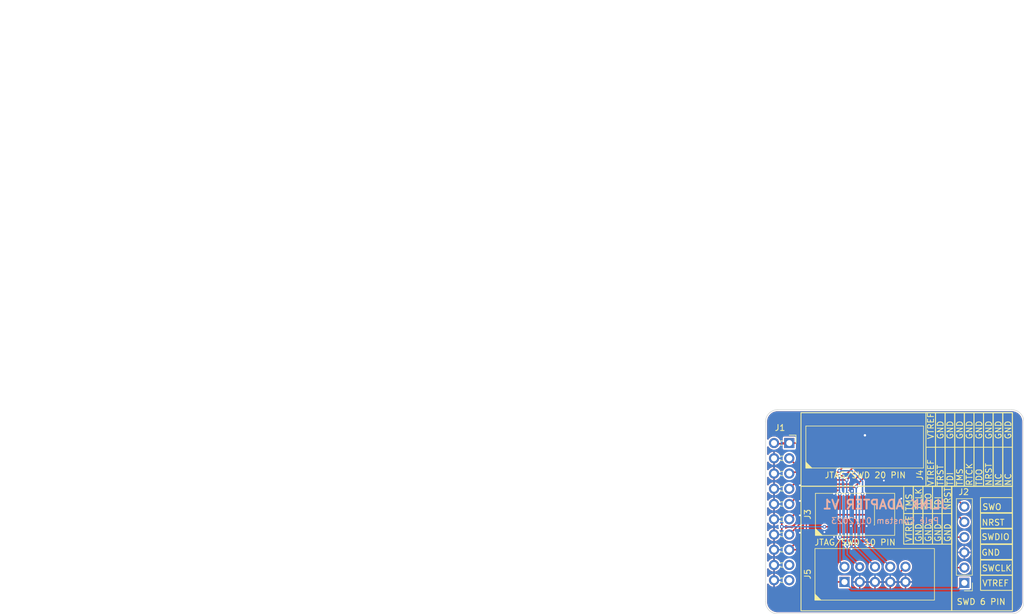
<source format=kicad_pcb>
(kicad_pcb (version 20211014) (generator pcbnew)
  (layers (0 "F.Cu" signal) (31 "B.Cu" signal) (34 "B.Paste" user) (35 "F.Paste" user) (36 "B.SilkS" user "B.Silkscreen") (37 "F.SilkS" user "F.Silkscreen") (38 "B.Mask" user) (39 "F.Mask" user) (44 "Edge.Cuts" user))
  (net 0 "")
  (net 1 "VTREF")
  (net 2 "TRST")
  (net 3 "GND")
  (net 4 "TDI")
  (net 5 "TMS{slash}SWDIO")
  (net 6 "TCLK{slash}SWCLK")
  (net 7 "RTCK")
  (net 8 "TDO{slash}SWO")
  (net 9 "NRST")
  (footprint "Connector_PinHeader_1.27mm:PinHeader_2x05_P1.27mm_Vertical_SMD" (layer "F.Cu") (at 142.4 85.4325 90)
    (fp_text reference "J3" (at 0 -7.9 90) (layer "F.SilkS"))
    (fp_text value "JTAG/SWD 10 pin 1.27mm")
    (fp_line (start 3.5 -6.6) (end -3.5 -6.6) (layer "F.SilkS") (width 0.12))
    (fp_line (start 1.765 -3.235) (end 1.765 -3.17) (layer "F.SilkS") (width 0.12))
    (fp_line (start -2.4 -6.6) (end -3.5 -5.5) (layer "F.SilkS") (width 0.12))
    (fp_line (start -3.5 -5.5) (end -2.4 -6.6) (layer "F.SilkS") (width 0.12))
    (fp_line (start -3.5 -6.6) (end -3.5 6.6) (layer "F.SilkS") (width 0.12))
    (fp_line (start -3.5 6.6) (end 3.5 6.6) (layer "F.SilkS") (width 0.12))
    (fp_line (start -1.765 3.235) (end 1.765 3.235) (layer "F.SilkS") (width 0.12))
    (fp_line (start -1.765 3.17) (end -1.765 3.235) (layer "F.SilkS") (width 0.12))
    (fp_line (start 3.5 -6.6) (end 3.5 6.6) (layer "F.SilkS") (width 0.12))
    (fp_line (start 1.765 3.17) (end 1.765 3.235) (layer "F.SilkS") (width 0.12))
    (fp_poly (pts (xy -3.5 -5.5) (xy -3.5 -6.6) (xy -2.4 -6.6)) (layer "F.SilkS") (width 0.12) (fill solid))
    (pad "1" smd rect (at -1.95 -2.54 90) (size 2.4 0.74) (layers "F.Cu" "F.Paste" "F.Mask") (net 1 "VTREF"))
    (pad "2" smd rect (at 1.95 -2.54 90) (size 2.4 0.74) (layers "F.Cu" "F.Paste" "F.Mask") (net 5 "TMS{slash}SWDIO"))
    (pad "3" smd rect (at -1.95 -1.27 90) (size 2.4 0.74) (layers "F.Cu" "F.Paste" "F.Mask") (net 3 "GND"))
    (pad "4" smd rect (at 1.95 -1.27 90) (size 2.4 0.74) (layers "F.Cu" "F.Paste" "F.Mask") (net 6 "TCLK{slash}SWCLK"))
    (pad "5" smd rect (at -1.95 0 90) (size 2.4 0.74) (layers "F.Cu" "F.Paste" "F.Mask") (net 3 "GND"))
    (pad "6" smd rect (at 1.95 0 90) (size 2.4 0.74) (layers "F.Cu" "F.Paste" "F.Mask") (net 8 "TDO{slash}SWO"))
    (pad "7" smd rect (at -1.95 1.27 90) (size 2.4 0.74) (layers "F.Cu" "F.Paste" "F.Mask") (net 3 "GND"))
    (pad "8" smd rect (at 1.95 1.27 90) (size 2.4 0.74) (layers "F.Cu" "F.Paste" "F.Mask") (net 4 "TDI"))
    (pad "9" smd rect (at -1.95 2.54 90) (size 2.4 0.74) (layers "F.Cu" "F.Paste" "F.Mask") (net 3 "GND"))
    (pad "10" smd rect (at 1.95 2.54 90) (size 2.4 0.74) (layers "F.Cu" "F.Paste" "F.Mask") (net 9 "NRST"))
  )
  (footprint "Connector_PinHeader_2.54mm:PinHeader_2x05_P2.54mm_Vertical" (layer "F.Cu") (at 145.72 95.43 90)
    (fp_text reference "J5" (at 0.03 -11.22 90) (layer "F.SilkS"))
    (fp_text value "JTAG/SWD 10 pin 2.54mm")
    (fp_rect (start -4.3 -10) (end 4.3 9.9) (layer "F.SilkS") (width 0.12) (fill none))
    (fp_poly (pts (xy -4.3 -9) (xy -4.3 -10) (xy -3.3 -10)) (layer "F.SilkS") (width 0.12) (fill solid))
    (pad "1" thru_hole rect (at -1.27 -5.08 90) (size 1.7 1.7) (drill 1) (layers *.Cu *.Mask) (net 1 "VTREF"))
    (pad "2" thru_hole oval (at 1.27 -5.08 90) (size 1.7 1.7) (drill 1) (layers *.Cu *.Mask) (net 5 "TMS{slash}SWDIO"))
    (pad "3" thru_hole oval (at -1.27 -2.54 90) (size 1.7 1.7) (drill 1) (layers *.Cu *.Mask) (net 3 "GND"))
    (pad "4" thru_hole circle (at 1.27 -2.54 90) (size 1.524 1.524) (drill 0.762) (layers *.Cu *.Mask) (net 6 "TCLK{slash}SWCLK"))
    (pad "5" thru_hole oval (at -1.27 0 90) (size 1.7 1.7) (drill 1) (layers *.Cu *.Mask) (net 3 "GND"))
    (pad "6" thru_hole oval (at 1.27 0 90) (size 1.7 1.7) (drill 1) (layers *.Cu *.Mask) (net 8 "TDO{slash}SWO"))
    (pad "7" thru_hole oval (at -1.27 2.54 90) (size 1.7 1.7) (drill 1) (layers *.Cu *.Mask) (net 3 "GND"))
    (pad "8" thru_hole oval (at 1.27 2.54 90) (size 1.7 1.7) (drill 1) (layers *.Cu *.Mask) (net 4 "TDI"))
    (pad "9" thru_hole oval (at -1.27 5.08 90) (size 1.7 1.7) (drill 1) (layers *.Cu *.Mask) (net 3 "GND"))
    (pad "10" thru_hole oval (at 1.27 5.08 90) (size 1.7 1.7) (drill 1) (layers *.Cu *.Mask) (net 9 "NRST"))
  )
  (footprint "Connector_PinHeader_2.54mm:PinHeader_1x06_P2.54mm_Vertical" (layer "F.Cu") (at 160.6 96.85 180)
    (fp_text reference "J2" (at 0.1 15.15) (layer "F.SilkS"))
    (fp_text value "SWD 6 PIN 2.54mm")
    (fp_line (start -1.33 1.27) (end -1.33 14.03) (layer "F.SilkS") (width 0.12))
    (fp_line (start -1.33 -1.33) (end 0 -1.33) (layer "F.SilkS") (width 0.12))
    (fp_line (start -1.33 0) (end -1.33 -1.33) (layer "F.SilkS") (width 0.12))
    (fp_line (start -1.33 14.03) (end 1.33 14.03) (layer "F.SilkS") (width 0.12))
    (fp_line (start 1.33 1.27) (end 1.33 14.03) (layer "F.SilkS") (width 0.12))
    (fp_line (start -1.33 1.27) (end 1.33 1.27) (layer "F.SilkS") (width 0.12))
    (pad "1" thru_hole rect (at 0 0 180) (size 1.7 1.7) (drill 1) (layers *.Cu *.Mask) (net 1 "VTREF"))
    (pad "2" thru_hole oval (at 0 2.54 180) (size 1.7 1.7) (drill 1) (layers *.Cu *.Mask) (net 6 "TCLK{slash}SWCLK"))
    (pad "3" thru_hole oval (at 0 5.08 180) (size 1.7 1.7) (drill 1) (layers *.Cu *.Mask) (net 3 "GND"))
    (pad "4" thru_hole oval (at 0 7.62 180) (size 1.7 1.7) (drill 1) (layers *.Cu *.Mask) (net 5 "TMS{slash}SWDIO"))
    (pad "5" thru_hole oval (at 0 10.16 180) (size 1.7 1.7) (drill 1) (layers *.Cu *.Mask) (net 9 "NRST"))
    (pad "6" thru_hole oval (at 0 12.7 180) (size 1.7 1.7) (drill 1) (layers *.Cu *.Mask) (net 8 "TDO{slash}SWO"))
  )
  (footprint "Connector_PinHeader_1.27mm:PinHeader_2x10_P1.27mm_Vertical_SMD" (layer "F.Cu") (at 144 74.206 90)
    (fp_text reference "J4" (at -4.694 9.2 90) (layer "F.SilkS"))
    (fp_text value "JTAG/SWD 20 PIN 1.27mm")
    (fp_line (start -3.5 9.8) (end 3.5 9.8) (layer "F.SilkS") (width 0.12))
    (fp_line (start 3.5 9.8) (end 3.5 -9.8) (layer "F.SilkS") (width 0.12))
    (fp_line (start -3.5 -9.8) (end 3.5 -9.8) (layer "F.SilkS") (width 0.12))
    (fp_line (start -3.5 -9.8) (end -3.5 9.8) (layer "F.SilkS") (width 0.12))
    (fp_poly (pts (xy -3.5 -8.8) (xy -3.5 -9.8) (xy -2.5 -9.8)) (layer "F.SilkS") (width 0.12) (fill solid))
    (pad "1" smd rect (at -1.95 -5.715 90) (size 2.4 0.74) (layers "F.Cu" "F.Paste" "F.Mask") (net 1 "VTREF"))
    (pad "2" smd rect (at 1.95 -5.715 90) (size 2.4 0.74) (layers "F.Cu" "F.Paste" "F.Mask") (net 1 "VTREF"))
    (pad "3" smd rect (at -1.95 -4.445 90) (size 2.4 0.74) (layers "F.Cu" "F.Paste" "F.Mask") (net 2 "TRST"))
    (pad "4" smd rect (at 1.95 -4.445 90) (size 2.4 0.74) (layers "F.Cu" "F.Paste" "F.Mask") (net 3 "GND"))
    (pad "5" smd rect (at -1.95 -3.175 90) (size 2.4 0.74) (layers "F.Cu" "F.Paste" "F.Mask") (net 4 "TDI"))
    (pad "6" smd rect (at 1.95 -3.175 90) (size 2.4 0.74) (layers "F.Cu" "F.Paste" "F.Mask") (net 3 "GND"))
    (pad "7" smd rect (at -1.95 -1.905 90) (size 2.4 0.74) (layers "F.Cu" "F.Paste" "F.Mask") (net 5 "TMS{slash}SWDIO"))
    (pad "8" smd rect (at 1.95 -1.905 90) (size 2.4 0.74) (layers "F.Cu" "F.Paste" "F.Mask") (net 3 "GND"))
    (pad "9" smd rect (at -1.95 -0.635 90) (size 2.4 0.74) (layers "F.Cu" "F.Paste" "F.Mask") (net 6 "TCLK{slash}SWCLK"))
    (pad "10" smd rect (at 1.95 -0.635 90) (size 2.4 0.74) (layers "F.Cu" "F.Paste" "F.Mask") (net 3 "GND"))
    (pad "11" smd rect (at -1.95 0.635 90) (size 2.4 0.74) (layers "F.Cu" "F.Paste" "F.Mask") (net 7 "RTCK"))
    (pad "12" smd rect (at 1.95 0.635 90) (size 2.4 0.74) (layers "F.Cu" "F.Paste" "F.Mask") (net 3 "GND"))
    (pad "13" smd rect (at -1.95 1.905 90) (size 2.4 0.74) (layers "F.Cu" "F.Paste" "F.Mask") (net 8 "TDO{slash}SWO"))
    (pad "14" smd rect (at 1.95 1.905 90) (size 2.4 0.74) (layers "F.Cu" "F.Paste" "F.Mask") (net 3 "GND"))
    (pad "15" smd rect (at -1.95 3.175 90) (size 2.4 0.74) (layers "F.Cu" "F.Paste" "F.Mask") (net 9 "NRST"))
    (pad "16" smd rect (at 1.95 3.175 90) (size 2.4 0.74) (layers "F.Cu" "F.Paste" "F.Mask") (net 3 "GND"))
    (pad "17" smd rect (at -1.95 4.445 90) (size 2.4 0.74) (layers "F.Cu" "F.Paste" "F.Mask"))
    (pad "18" smd rect (at 1.95 4.445 90) (size 2.4 0.74) (layers "F.Cu" "F.Paste" "F.Mask") (net 3 "GND"))
    (pad "19" smd rect (at -1.95 5.715 90) (size 2.4 0.74) (layers "F.Cu" "F.Paste" "F.Mask"))
    (pad "20" smd rect (at 1.95 5.715 90) (size 2.4 0.74) (layers "F.Cu" "F.Paste" "F.Mask") (net 3 "GND"))
  )
  (footprint "Connector_PinSocket_2.54mm:PinSocket_2x10_P2.54mm_Horizontal" (layer "F.Cu") (at 131.445 73.55)
    (fp_text reference "J1" (at -1.545 -2.55) (layer "F.SilkS"))
    (fp_text value "JLINK CONN")
    (fp_line (start -1.49 13.06) (end -1.05 13.06) (layer "F.SilkS") (width 0.12))
    (fp_line (start -1.49 15.6) (end -1.05 15.6) (layer "F.SilkS") (width 0.12))
    (fp_line (start -1.49 2.9) (end -1.05 2.9) (layer "F.SilkS") (width 0.12))
    (fp_line (start 0 -1.33) (end 1.11 -1.33) (layer "F.SilkS") (width 0.12))
    (fp_line (start -1.49 2.18) (end -1.05 2.18) (layer "F.SilkS") (width 0.12))
    (fp_line (start -1.49 14.88) (end -1.05 14.88) (layer "F.SilkS") (width 0.12))
    (fp_line (start -1.49 18.14) (end -1.05 18.14) (layer "F.SilkS") (width 0.12))
    (fp_line (start -1.49 7.98) (end -1.05 7.98) (layer "F.SilkS") (width 0.12))
    (fp_line (start -1.49 -0.36) (end -1.11 -0.36) (layer "F.SilkS") (width 0.12))
    (fp_line (start -1.49 5.44) (end -1.05 5.44) (layer "F.SilkS") (width 0.12))
    (fp_line (start -1.49 19.96) (end -1.05 19.96) (layer "F.SilkS") (width 0.12))
    (fp_line (start -1.49 0.36) (end -1.11 0.36) (layer "F.SilkS") (width 0.12))
    (fp_line (start 1.11 -1.33) (end 1.11 0) (layer "F.SilkS") (width 0.12))
    (fp_line (start -1.49 10.52) (end -1.05 10.52) (layer "F.SilkS") (width 0.12))
    (fp_line (start -1.49 7.26) (end -1.05 7.26) (layer "F.SilkS") (width 0.12))
    (fp_line (start -1.49 23.22) (end -1.05 23.22) (layer "F.SilkS") (width 0.12))
    (fp_line (start -1.49 4.72) (end -1.05 4.72) (layer "F.SilkS") (width 0.12))
    (fp_line (start -1.49 22.5) (end -1.05 22.5) (layer "F.SilkS") (width 0.12))
    (fp_line (start -1.49 17.42) (end -1.05 17.42) (layer "F.SilkS") (width 0.12))
    (fp_line (start -1.49 9.8) (end -1.05 9.8) (layer "F.SilkS") (width 0.12))
    (fp_line (start -1.49 12.34) (end -1.05 12.34) (layer "F.SilkS") (width 0.12))
    (fp_line (start -1.49 20.68) (end -1.05 20.68) (layer "F.SilkS") (width 0.12))
    (pad "1" thru_hole rect (at 0 0) (size 1.7 1.7) (drill 1) (layers *.Cu *.Mask) (net 1 "VTREF"))
    (pad "2" thru_hole oval (at -2.54 0) (size 1.7 1.7) (drill 1) (layers *.Cu *.Mask) (net 1 "VTREF"))
    (pad "3" thru_hole oval (at 0 2.54) (size 1.7 1.7) (drill 1) (layers *.Cu *.Mask) (net 2 "TRST"))
    (pad "4" thru_hole oval (at -2.54 2.54) (size 1.7 1.7) (drill 1) (layers *.Cu *.Mask) (net 3 "GND"))
    (pad "5" thru_hole oval (at 0 5.08) (size 1.7 1.7) (drill 1) (layers *.Cu *.Mask) (net 4 "TDI"))
    (pad "6" thru_hole oval (at -2.54 5.08) (size 1.7 1.7) (drill 1) (layers *.Cu *.Mask) (net 3 "GND"))
    (pad "7" thru_hole oval (at 0 7.62) (size 1.7 1.7) (drill 1) (layers *.Cu *.Mask) (net 5 "TMS{slash}SWDIO"))
    (pad "8" thru_hole oval (at -2.54 7.62) (size 1.7 1.7) (drill 1) (layers *.Cu *.Mask) (net 3 "GND"))
    (pad "9" thru_hole oval (at 0 10.16) (size 1.7 1.7) (drill 1) (layers *.Cu *.Mask) (net 6 "TCLK{slash}SWCLK"))
    (pad "10" thru_hole oval (at -2.54 10.16) (size 1.7 1.7) (drill 1) (layers *.Cu *.Mask) (net 3 "GND"))
    (pad "11" thru_hole oval (at 0 12.7) (size 1.7 1.7) (drill 1) (layers *.Cu *.Mask) (net 7 "RTCK"))
    (pad "12" thru_hole oval (at -2.54 12.7) (size 1.7 1.7) (drill 1) (layers *.Cu *.Mask) (net 3 "GND"))
    (pad "13" thru_hole oval (at 0 15.24) (size 1.7 1.7) (drill 1) (layers *.Cu *.Mask) (net 8 "TDO{slash}SWO"))
    (pad "14" thru_hole oval (at -2.54 15.24) (size 1.7 1.7) (drill 1) (layers *.Cu *.Mask) (net 3 "GND"))
    (pad "15" thru_hole oval (at 0 17.78) (size 1.7 1.7) (drill 1) (layers *.Cu *.Mask) (net 9 "NRST"))
    (pad "16" thru_hole oval (at -2.54 17.78) (size 1.7 1.7) (drill 1) (layers *.Cu *.Mask) (net 3 "GND"))
    (pad "17" thru_hole oval (at 0 20.32) (size 1.7 1.7) (drill 1) (layers *.Cu *.Mask))
    (pad "18" thru_hole oval (at -2.54 20.32) (size 1.7 1.7) (drill 1) (layers *.Cu *.Mask) (net 3 "GND"))
    (pad "19" thru_hole oval (at 0 22.86) (size 1.7 1.7) (drill 1) (layers *.Cu *.Mask))
    (pad "20" thru_hole oval (at -2.54 22.86) (size 1.7 1.7) (drill 1) (layers *.Cu *.Mask) (net 3 "GND"))
  )
  (gr_rect (start 167 68.5) (end 168.6 80.75) (layer "F.SilkS") (width 0.15) (fill none))
  (gr_rect (start 163.8 68.5) (end 165.4 80.75) (layer "F.SilkS") (width 0.15) (fill none))
  (gr_rect (start 133.4 80.75) (end 158.5 101.5) (layer "F.SilkS") (width 0.15) (fill none))
  (gr_rect (start 165.4 68.5) (end 167 80.75) (layer "F.SilkS") (width 0.15) (fill none))
  (gr_rect (start 155.8 68.5) (end 157.4 80.75) (layer "F.SilkS") (width 0.15) (fill none))
  (gr_rect (start 153.7 80.75) (end 155.3 90.4) (layer "F.SilkS") (width 0.15) (fill none))
  (gr_rect (start 156.9 80.75) (end 158.5 90.4) (layer "F.SilkS") (width 0.15) (fill none))
  (gr_rect (start 154.2 68.5) (end 155.8 80.75) (layer "F.SilkS") (width 0.15) (fill none))
  (gr_rect (start 163.3 87.85) (end 168.6 90.35) (layer "F.SilkS") (width 0.15) (fill none))
  (gr_rect (start 163.3 85.25) (end 168.6 87.75) (layer "F.SilkS") (width 0.15) (fill none))
  (gr_rect (start 155.3 80.75) (end 156.9 90.4) (layer "F.SilkS") (width 0.15) (fill none))
  (gr_line (start 154.25 74.25) (end 168.5 74.25) (layer "F.SilkS") (width 0.15))
  (gr_rect (start 150.5 80.75) (end 152.1 90.4) (layer "F.SilkS") (width 0.15) (fill none))
  (gr_rect (start 163.3 95.6) (end 168.6 98.1) (layer "F.SilkS") (width 0.15) (fill none))
  (gr_rect (start 162.2 68.5) (end 163.8 80.75) (layer "F.SilkS") (width 0.15) (fill none))
  (gr_rect (start 163.285766 82.65) (end 168.585766 85.15) (layer "F.SilkS") (width 0.15) (fill none))
  (gr_rect (start 133.4 68.5) (end 168.6 80.75) (layer "F.SilkS") (width 0.15) (fill none))
  (gr_rect (start 160.6 68.5) (end 162.2 80.75) (layer "F.SilkS") (width 0.15) (fill none))
  (gr_rect (start 152.1 80.75) (end 153.7 90.4) (layer "F.SilkS") (width 0.15) (fill none))
  (gr_line (start 150.6 85.3) (end 158.5 85.3) (layer "F.SilkS") (width 0.15))
  (gr_rect (start 157.4 68.5) (end 159 80.75) (layer "F.SilkS") (width 0.15) (fill none))
  (gr_rect (start 163.3 90.45) (end 168.6 92.95) (layer "F.SilkS") (width 0.15) (fill none))
  (gr_rect (start 163.3 93.05) (end 168.6 95.55) (layer "F.SilkS") (width 0.15) (fill none))
  (gr_rect (start 159 68.5) (end 160.6 80.75) (layer "F.SilkS") (width 0.15) (fill none))
  (gr_rect (start 158.5 80.75) (end 168.6 101.5) (layer "F.SilkS") (width 0.15) (fill none))
  (gr_arc (start 168.5 68) (mid 169.914214 68.585786) (end 170.5 70) (layer "Edge.Cuts") (width 0.1))
  (gr_arc (start 170.5 100) (mid 169.914214 101.414214) (end 168.5 102) (layer "Edge.Cuts") (width 0.1))
  (gr_arc (start 129.5 102) (mid 128.085786 101.414214) (end 127.5 100) (layer "Edge.Cuts") (width 0.1))
  (gr_line (start 129.5 68) (end 168.5 68) (layer "Edge.Cuts") (width 0.1))
  (gr_arc (start 127.5 70) (mid 128.085786 68.585786) (end 129.5 68) (layer "Edge.Cuts") (width 0.1))
  (gr_line (start 168.5 102) (end 129.5 102) (layer "Edge.Cuts") (width 0.1))
  (gr_line (start 127.5 100) (end 127.5 70) (layer "Edge.Cuts") (width 0.1))
  (gr_line (start 170.5 70) (end 170.5 100) (layer "Edge.Cuts") (width 0.1))
  (gr_text "JLINK ADAPTER V1" (at 147.400001 83.8) (layer "B.SilkS") (effects (font (size 1.5 1.5) (thickness 0.3)) (justify mirror)))
  (gr_text "Pelé Constam 01/2023" (at 147.4 86.5) (layer "B.SilkS") (effects (font (size 1 1)) (justify mirror)))
  (gr_text "VTREF TMS\nGND   TCLK\nGND   TDO\nGND   TDI\nGND   NRST" (at 154.6 90.1 90) (layer "F.SilkS") (effects (font (size 1 1)) (justify left)))
  (gr_text "GND" (at 165 91.8) (layer "F.SilkS") (effects (font (size 1 1))))
  (gr_text "SWO" (at 165.2 84.2) (layer "F.SilkS") (effects (font (size 1 1))))
  (gr_text "NRST" (at 165.4 86.8) (layer "F.SilkS") (effects (font (size 1 1))))
  (gr_text "SWDIO" (at 165.8 89.2) (layer "F.SilkS") (effects (font (size 1 1))))
  (gr_text "JTAG/SWD 10 PIN" (at 142.4 90.1) (layer "F.SilkS") (effects (font (size 1 1))))
  (gr_text "VTREF	VTREF\nTRST	GND\nTDI		GND\nTMS		GND\nRTCK	GND\nTDO		GND\nNRST	GND\nNC		GND\nNC		GND" (at 161.45 80.75 90) (layer "F.SilkS") (effects (font (size 1 1)) (justify left)))
  (gr_text "SWD 6 PIN" (at 163.4 100) (layer "F.SilkS") (effects (font (size 1 1))))
  (gr_text "VTREF" (at 165.8 96.9) (layer "F.SilkS") (effects (font (size 1 1))))
  (gr_text "SWCLK" (at 166 94.4) (layer "F.SilkS") (effects (font (size 1 1))))
  (gr_text "JTAG/SWD 20 PIN" (at 144.1 78.9) (layer "F.SilkS") (effects (font (size 1 1))))
  (segment (start 135 96.7) (end 140.64 96.7) (width 0.25) (layer "F.Cu") (net 1))
  (segment (start 130.9 98.1) (end 133.6 98.1) (width 0.25) (layer "F.Cu") (net 1))
  (segment (start 130.345 73.55) (end 130.2 73.695) (width 0.25) (layer "F.Cu") (net 1))
  (segment (start 133.6 98.1) (end 135 96.7) (width 0.25) (layer "F.Cu") (net 1))
  (segment (start 139.7425 87.5) (end 139.86 87.3825) (width 0.25) (layer "F.Cu") (net 1))
  (segment (start 130.2 97.4) (end 130.9 98.1) (width 0.25) (layer "F.Cu") (net 1))
  (segment (start 138.285 72.256) (end 138.285 76.156) (width 0.25) (layer "F.Cu") (net 1))
  (segment (start 130.2 87.5) (end 130.2 97.4) (width 0.25) (layer "F.Cu") (net 1))
  (segment (start 128.905 73.66) (end 131.445 73.66) (width 0.25) (layer "F.Cu") (net 1))
  (segment (start 131.445 73.55) (end 136.991 73.55) (width 0.25) (layer "F.Cu") (net 1))
  (segment (start 130.2 73.695) (end 130.2 87.5) (width 0.25) (layer "F.Cu") (net 1))
  (segment (start 131.445 73.55) (end 130.345 73.55) (width 0.25) (layer "F.Cu") (net 1))
  (segment (start 136.991 73.55) (end 138.285 72.256) (width 0.25) (layer "F.Cu") (net 1))
  (segment (start 137.3 87.5) (end 139.7425 87.5) (width 0.25) (layer "F.Cu") (net 1))
  (via (at 137.3 87.5) (size 0.6) (drill 0.3) (layers "F.Cu" "B.Cu") (net 1))
  (via (at 130.2 87.5) (size 0.6) (drill 0.3) (layers "F.Cu" "B.Cu") (net 1))
  (segment (start 137.3 87.5) (end 130.2 87.5) (width 0.25) (layer "B.Cu") (net 1))
  (segment (start 140.67 96.73) (end 141.844511 97.904511) (width 0.25) (layer "B.Cu") (net 1))
  (segment (start 159.545489 97.904511) (end 160.6 96.85) (width 0.25) (layer "B.Cu") (net 1))
  (segment (start 141.844511 97.904511) (end 159.545489 97.904511) (width 0.25) (layer "B.Cu") (net 1))
  (segment (start 133.255 77.9) (end 138.71952 77.9) (width 0.25) (layer "F.Cu") (net 2))
  (segment (start 139.555 77.045) (end 139.555 76.156) (width 0.25) (layer "F.Cu") (net 2))
  (segment (start 131.445 76.09) (end 133.255 77.9) (width 0.25) (layer "F.Cu") (net 2))
  (segment (start 138.7 77.9) (end 139.555 77.045) (width 0.25) (layer "F.Cu") (net 2))
  (segment (start 144.3175 87.3825) (end 144.94 87.3825) (width 0.25) (layer "F.Cu") (net 3))
  (segment (start 141.7175 87.3825) (end 143.0175 87.3825) (width 0.25) (layer "F.Cu") (net 3))
  (segment (start 144.044 72.256) (end 149.715 72.256) (width 0.25) (layer "F.Cu") (net 3))
  (segment (start 143.0175 87.3825) (end 144.3175 87.3825) (width 0.25) (layer "F.Cu") (net 3))
  (segment (start 143.1475 96.73) (end 151.0525 96.73) (width 0.25) (layer "F.Cu") (net 3))
  (segment (start 139.555 72.256) (end 144.044 72.256) (width 0.25) (layer "F.Cu") (net 3))
  (segment (start 141.13 87.3825) (end 141.7175 87.3825) (width 0.25) (layer "F.Cu") (net 3))
  (segment (start 128.905 76.09) (end 128.905 96.41) (width 0.25) (layer "F.Cu") (net 3))
  (via (at 143.0175 87.3825) (size 0.6) (drill 0.3) (layers "F.Cu" "B.Cu") (net 3))
  (via (at 144.044 72.256) (size 0.8) (drill 0.4) (layers "F.Cu" "B.Cu") (net 3))
  (via (at 133.2 83.2) (size 0.6) (drill 0.3) (layers "F.Cu" "B.Cu") (net 3))
  (via (at 138.9 89.2) (size 0.6) (drill 0.3) (layers "F.Cu" "B.Cu") (net 3))
  (via (at 133.2 85.6) (size 0.6) (drill 0.3) (layers "F.Cu" "B.Cu") (net 3))
  (via (at 147.2 79.8) (size 0.6) (drill 0.3) (layers "F.Cu" "B.Cu") (net 3))
  (via (at 150.1 82.8) (size 0.6) (drill 0.3) (layers "F.Cu" "B.Cu") (net 3))
  (via (at 141.8 91.2) (size 0.6) (drill 0.3) (layers "F.Cu" "B.Cu") (net 3))
  (via (at 138.9 82) (size 0.6) (drill 0.3) (layers "F.Cu" "B.Cu") (net 3))
  (via (at 137.3 88.4) (size 0.6) (drill 0.3) (layers "F.Cu" "B.Cu") (net 3))
  (via (at 141.7175 87.3825) (size 0.6) (drill 0.3) (layers "F.Cu" "B.Cu") (net 3))
  (via (at 133.2 80.6) (size 0.6) (drill 0.3) (layers "F.Cu" "B.Cu") (net 3))
  (via (at 141.9 81.5245) (size 0.6) (drill 0.3) (layers "F.Cu" "B.Cu") (net 3))
  (via (at 144.3175 87.3825) (size 0.6) (drill 0.3) (layers "F.Cu" "B.Cu") (net 3))
  (via (at 133.2 88.5) (size 0.6) (drill 0.3) (layers "F.Cu" "B.Cu") (net 3))
  (segment (start 131.675 78.4) (end 131.445 78.63) (width 0.25) (layer "F.Cu") (net 4))
  (segment (start 143.65 82.0245) (end 143.65 83.4625) (width 0.25) (layer "F.Cu") (net 4))
  (segment (start 139.8 78.158411) (end 139.558411 78.4) (width 0.25) (layer "F.Cu") (net 4))
  (segment (start 139.8 78.158411) (end 140.825 77.133411) (width 0.25) (layer "F.Cu") (net 4))
  (segment (start 139.558411 78.4) (end 131.675 78.4) (width 0.25) (layer "F.Cu") (net 4))
  (segment (start 143.65 83.4625) (end 143.67 83.4825) (width 0.25) (layer "F.Cu") (net 4))
  (segment (start 140.825 77.133411) (end 140.825 76.156) (width 0.25) (layer "F.Cu") (net 4))
  (via (at 143.65 82.0245) (size 0.6) (drill 0.3) (layers "F.Cu" "B.Cu") (net 4))
  (via (at 139.8 78.158411) (size 0.6) (drill 0.3) (layers "F.Cu" "B.Cu") (net 4))
  (segment (start 139.8 78.158411) (end 141.858411 78.158411) (width 0.25) (layer "B.Cu") (net 4))
  (segment (start 143.65 89.55) (end 148.26 94.16) (width 0.25) (layer "B.Cu") (net 4))
  (segment (start 141.858411 78.158411) (end 143.65 79.95) (width 0.25) (layer "B.Cu") (net 4))
  (segment (start 143.65 79.95) (end 143.65 82.0245) (width 0.25) (layer "B.Cu") (net 4))
  (segment (start 143.65 82.0245) (end 143.65 89.55) (width 0.25) (layer "B.Cu") (net 4))
  (segment (start 142.095 77.605) (end 142.095 76.156) (width 0.25) (layer "F.Cu") (net 5))
  (segment (start 133.615 79) (end 131.445 81.17) (width 0.25) (layer "F.Cu") (net 5))
  (segment (start 140.7 79) (end 142.095 77.605) (width 0.25) (layer "F.Cu") (net 5))
  (segment (start 160.6 89.23) (end 139.93 89.23) (width 0.25) (layer "F.Cu") (net 5))
  (segment (start 139.8245 79) (end 140.7 79) (width 0.25) (layer "F.Cu") (net 5))
  (segment (start 139.93 89.23) (end 139.9 89.2) (width 0.25) (layer "F.Cu") (net 5))
  (segment (start 139.841589 82.0245) (end 139.86 82.042911) (width 0.25) (layer "F.Cu") (net 5))
  (segment (start 139.8 79.0245) (end 139.7755 79) (width 0.25) (layer "F.Cu") (net 5))
  (segment (start 139.8 79.0245) (end 139.8245 79) (width 0.25) (layer "F.Cu") (net 5))
  (segment (start 139.7755 79) (end 133.615 79) (width 0.25) (layer "F.Cu") (net 5))
  (segment (start 139.86 82.042911) (end 139.86 83.4825) (width 0.25) (layer "F.Cu") (net 5))
  (via (at 139.841589 82.0245) (size 0.6) (drill 0.3) (layers "F.Cu" "B.Cu") (net 5))
  (via (at 139.9 89.2) (size 0.6) (drill 0.3) (layers "F.Cu" "B.Cu") (net 5))
  (via (at 139.8 79.0245) (size 0.6) (drill 0.3) (layers "F.Cu" "B.Cu") (net 5))
  (segment (start 139.841589 82.0245) (end 139.8 81.982911) (width 0.25) (layer "B.Cu") (net 5))
  (segment (start 139.8 81.982911) (end 139.8 79.0245) (width 0.25) (layer "B.Cu") (net 5))
  (segment (start 139.9 89.2) (end 139.9 93.42) (width 0.25) (layer "B.Cu") (net 5))
  (segment (start 139.9 82.082911) (end 139.9 89.2) (width 0.25) (layer "B.Cu") (net 5))
  (segment (start 139.9 93.42) (end 140.64 94.16) (width 0.25) (layer "B.Cu") (net 5))
  (segment (start 139.841589 82.0245) (end 139.9 82.082911) (width 0.25) (layer "B.Cu") (net 5))
  (segment (start 135.5 79.7) (end 141 79.7) (width 0.25) (layer "F.Cu") (net 6))
  (segment (start 143.365 77.335) (end 143.365 76.156) (width 0.25) (layer "F.Cu") (net 6))
  (segment (start 141.1 82.0245) (end 141.1 83.4525) (width 0.25) (layer "F.Cu") (net 6))
  (segment (start 159.21 94.31) (end 155.4 90.5) (width 0.25) (layer "F.Cu") (net 6))
  (segment (start 131.49 83.71) (end 135.5 79.7) (width 0.25) (layer "F.Cu") (net 6))
  (segment (start 141.1 83.4525) (end 141.13 83.4825) (width 0.25) (layer "F.Cu") (net 6))
  (segment (start 131.445 83.71) (end 131.49 83.71) (width 0.25) (layer "F.Cu") (net 6))
  (segment (start 155.4 90.5) (end 141.1 90.5) (width 0.25) (layer "F.Cu") (net 6))
  (segment (start 141.1 90.5) (end 141.08952 90.51048) (width 0.25) (layer "F.Cu") (net 6))
  (segment (start 159.11 94.31) (end 160.6 94.31) (width 0.25) (layer "F.Cu") (net 6))
  (segment (start 141 79.7) (end 143.365 77.335) (width 0.25) (layer "F.Cu") (net 6))
  (via (at 141.08952 90.51048) (size 0.6) (drill 0.3) (layers "F.Cu" "B.Cu") (net 6))
  (via (at 141 79.7) (size 0.6) (drill 0.3) (layers "F.Cu" "B.Cu") (net 6))
  (via (at 141.1 82.0245) (size 0.6) (drill 0.3) (layers "F.Cu" "B.Cu") (net 6))
  (segment (start 141.08952 82.03498) (end 141.08952 90.51048) (width 0.25) (layer "B.Cu") (net 6))
  (segment (start 141.08952 92.06952) (end 143.18 94.16) (width 0.25) (layer "B.Cu") (net 6))
  (segment (start 141.1 82.0245) (end 141.08952 82.03498) (width 0.25) (layer "B.Cu") (net 6))
  (segment (start 141.08952 90.51048) (end 141.08952 92.06952) (width 0.25) (layer "B.Cu") (net 6))
  (segment (start 141 81.9245) (end 141.1 82.0245) (width 0.25) (layer "B.Cu") (net 6))
  (segment (start 141 79.7) (end 141 81.9245) (width 0.25) (layer "B.Cu") (net 6))
  (segment (start 131.445 86.25) (end 131.45 86.25) (width 0.25) (layer "F.Cu") (net 7))
  (segment (start 137.3 80.4) (end 141.6 80.4) (width 0.25) (layer "F.Cu") (net 7))
  (segment (start 144.635 77.365) (end 144.635 76.156) (width 0.25) (layer "F.Cu") (net 7))
  (segment (start 131.45 86.25) (end 137.3 80.4) (width 0.25) (layer "F.Cu") (net 7))
  (segment (start 141.6 80.4) (end 144.635 77.365) (width 0.25) (layer "F.Cu") (net 7))
  (segment (start 145.905 76.156) (end 145.905 74.895) (width 0.25) (layer "F.Cu") (net 8))
  (segment (start 142.6 80.8) (end 142.5 80.9) (width 0.25) (layer "F.Cu") (net 8))
  (segment (start 145.905 77.295) (end 145.905 76.156) (width 0.25) (layer "F.Cu") (net 8))
  (segment (start 142.6 80.6) (end 145.905 77.295) (width 0.25) (layer "F.Cu") (net 8))
  (segment (start 150.95 74.5) (end 160.6 84.15) (width 0.25) (layer "F.Cu") (net 8))
  (segment (start 145.905 74.895) (end 146.3 74.5) (width 0.25) (layer "F.Cu") (net 8))
  (segment (start 133.3 86.935) (end 131.445 88.79) (width 0.25) (layer "F.Cu") (net 8))
  (segment (start 142.5 80.9) (end 138.8 80.9) (width 0.25) (layer "F.Cu") (net 8))
  (segment (start 133.3 86.4) (end 133.3 86.935) (width 0.25) (layer "F.Cu") (net 8))
  (segment (start 146.3 74.5) (end 150.95 74.5) (width 0.25) (layer "F.Cu") (net 8))
  (segment (start 142.6 80.8) (end 142.6 80.6) (width 0.25) (layer "F.Cu") (net 8))
  (segment (start 138.8 80.9) (end 133.3 86.4) (width 0.25) (layer "F.Cu") (net 8))
  (segment (start 142.6 83.2825) (end 142.4 83.4825) (width 0.25) (layer "F.Cu") (net 8))
  (segment (start 142.6 80.8) (end 142.6 83.2825) (width 0.25) (layer "F.Cu") (net 8))
  (via (at 142.6 80.8) (size 0.6) (drill 0.3) (layers "F.Cu" "B.Cu") (net 8))
  (segment (start 142.6 80.8) (end 142.6 86.916807) (width 0.25) (layer "B.Cu") (net 8))
  (segment (start 142.6 86.916807) (end 142.392989 87.123818) (width 0.25) (layer "B.Cu") (net 8))
  (segment (start 142.392989 90.832989) (end 145.72 94.16) (width 0.25) (layer "B.Cu") (net 8))
  (segment (start 142.392989 87.123818) (end 142.392989 90.832989) (width 0.25) (layer "B.Cu") (net 8))
  (segment (start 144.9 84.3525) (end 144.9 85.5) (width 0.25) (layer "F.Cu") (net 9))
  (segment (start 140.1 95.5) (end 149.46 95.5) (width 0.25) (layer "F.Cu") (net 9))
  (segment (start 144.94 84.3125) (end 144.9 84.3525) (width 0.25) (layer "F.Cu") (net 9))
  (segment (start 147.175 77.325) (end 144.924511 79.575489) (width 0.25) (layer "F.Cu") (net 9))
  (segment (start 135.4 85.5) (end 134.3 86.6) (width 0.25) (layer "F.Cu") (net 9))
  (segment (start 144.9 85.5) (end 159.41 85.5) (width 0.25) (layer "F.Cu") (net 9))
  (segment (start 134.3 86.6) (end 134.3 88.4) (width 0.25) (layer "F.Cu") (net 9))
  (segment (start 144.9 85.5) (end 135.4 85.5) (width 0.25) (layer "F.Cu") (net 9))
  (segment (start 144.924511 79.575489) (end 144.924511 81.5) (width 0.25) (layer "F.Cu") (net 9))
  (segment (start 144.94 83.4825) (end 144.94 84.3125) (width 0.25) (layer "F.Cu") (net 9))
  (segment (start 131.445 91.255) (end 131.445 91.33) (width 0.25) (layer "F.Cu") (net 9))
  (segment (start 147.175 76.156) (end 147.175 77.325) (width 0.25) (layer "F.Cu") (net 9))
  (segment (start 135.93 91.33) (end 140.1 95.5) (width 0.25) (layer "F.Cu") (net 9))
  (segment (start 149.46 95.5) (end 150.8 94.16) (width 0.25) (layer "F.Cu") (net 9))
  (segment (start 144.94 83.4825) (end 144.94 81.4) (width 0.25) (layer "F.Cu") (net 9))
  (segment (start 134.3 88.4) (end 131.445 91.255) (width 0.25) (layer "F.Cu") (net 9))
  (segment (start 131.445 91.33) (end 135.93 91.33) (width 0.25) (layer "F.Cu") (net 9))
  (segment (start 159.41 85.5) (end 160.6 86.69) (width 0.25) (layer "F.Cu") (net 9))
  (zone (net 3) (net_name "GND") (layers F&B.Cu) (name "stitch_zone_0") (connect_pads (clearance 0.254)) (min_thickness 0.254) (fill yes (thermal_gap 0.254) (thermal_bridge_width 0.254))
    (polygon (pts (xy 170.5 102) (xy 127.5 102) (xy 127.4 68) (xy 170.5 68)))
  )
)
</source>
